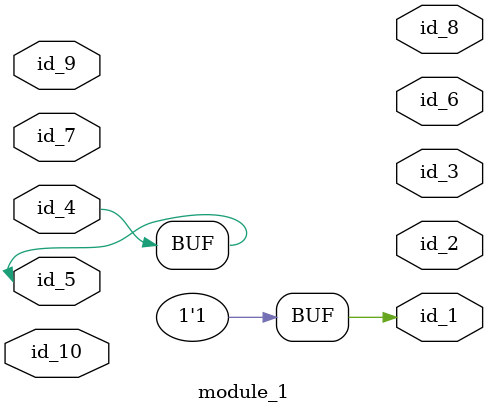
<source format=v>
module module_0 ();
  wire id_2;
  wire id_3;
  wire id_4;
  assign id_1 = 1;
  wire id_6;
endmodule
module module_1 (
    id_1,
    id_2,
    id_3,
    id_4,
    id_5,
    id_6,
    id_7,
    id_8,
    id_9,
    id_10
);
  inout wire id_10;
  inout wire id_9;
  output wire id_8;
  input wire id_7;
  output wire id_6;
  inout wire id_5;
  inout wire id_4;
  output wire id_3;
  output wire id_2;
  output wire id_1;
  module_0 modCall_1 ();
  assign id_4 = id_5;
  assign id_1 = 1;
endmodule

</source>
